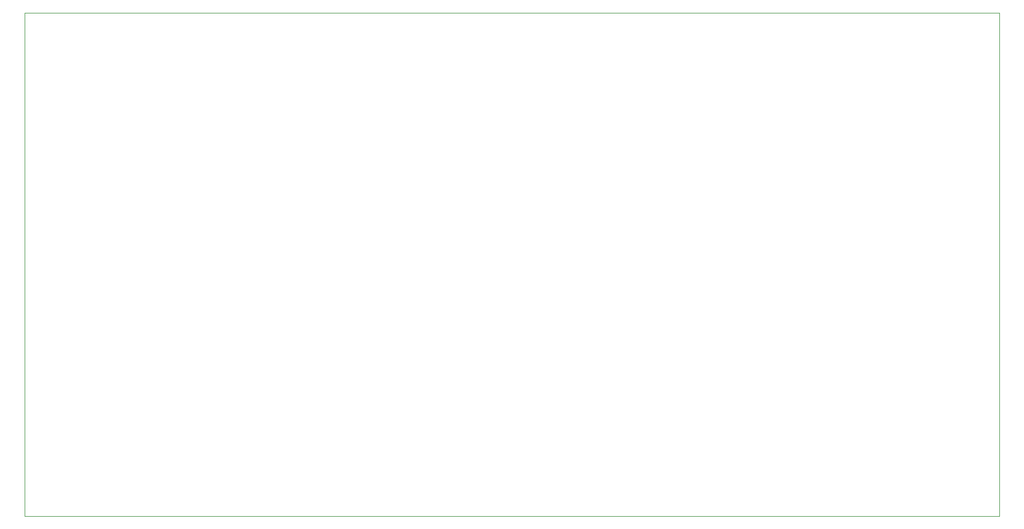
<source format=gbr>
%TF.GenerationSoftware,KiCad,Pcbnew,8.0.0*%
%TF.CreationDate,2024-03-08T15:53:04+08:00*%
%TF.ProjectId,xyz_display_board,78797a5f-6469-4737-906c-61795f626f61,1.0*%
%TF.SameCoordinates,Original*%
%TF.FileFunction,Profile,NP*%
%FSLAX46Y46*%
G04 Gerber Fmt 4.6, Leading zero omitted, Abs format (unit mm)*
G04 Created by KiCad (PCBNEW 8.0.0) date 2024-03-08 15:53:04*
%MOMM*%
%LPD*%
G01*
G04 APERTURE LIST*
%TA.AperFunction,Profile*%
%ADD10C,0.100000*%
%TD*%
G04 APERTURE END LIST*
D10*
X50800000Y-50800000D02*
X198120000Y-50800000D01*
X198120000Y-127000000D01*
X50800000Y-127000000D01*
X50800000Y-50800000D01*
M02*

</source>
